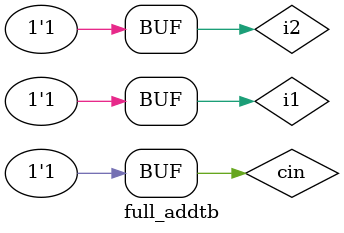
<source format=v>

module full_addtb;

reg i1;
reg i2;
reg cin;
 
wire sut;
wire cout;

    full_Adder FA_0(i1,i2,cin,sut,cout);



initial
begin
i1 =0;
i2 =0;
cin =0;
#20; i1 =1;
#20; i2 =1;
#20; i1 =0;
#20; cin =1;
#20; i2=0;
#20; i1=1; 
#20; i2=1;
#40;
end

initial
begin
$monitor("time = %2d, CIN =%1b, IN1=%1b, IN2=%1b, COUT=%1b, SUM=%1b", $time,cin,i2, i1,cout,sut);
$dumpfile("FullAdder.vcd");
$dumpvars;
end

endmodule
</source>
